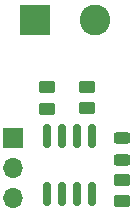
<source format=gbr>
%TF.GenerationSoftware,KiCad,Pcbnew,8.0.7*%
%TF.CreationDate,2024-12-17T11:32:19+05:30*%
%TF.ProjectId,SQR Wave Generator,53515220-5761-4766-9520-47656e657261,rev?*%
%TF.SameCoordinates,Original*%
%TF.FileFunction,Soldermask,Top*%
%TF.FilePolarity,Negative*%
%FSLAX46Y46*%
G04 Gerber Fmt 4.6, Leading zero omitted, Abs format (unit mm)*
G04 Created by KiCad (PCBNEW 8.0.7) date 2024-12-17 11:32:19*
%MOMM*%
%LPD*%
G01*
G04 APERTURE LIST*
G04 Aperture macros list*
%AMRoundRect*
0 Rectangle with rounded corners*
0 $1 Rounding radius*
0 $2 $3 $4 $5 $6 $7 $8 $9 X,Y pos of 4 corners*
0 Add a 4 corners polygon primitive as box body*
4,1,4,$2,$3,$4,$5,$6,$7,$8,$9,$2,$3,0*
0 Add four circle primitives for the rounded corners*
1,1,$1+$1,$2,$3*
1,1,$1+$1,$4,$5*
1,1,$1+$1,$6,$7*
1,1,$1+$1,$8,$9*
0 Add four rect primitives between the rounded corners*
20,1,$1+$1,$2,$3,$4,$5,0*
20,1,$1+$1,$4,$5,$6,$7,0*
20,1,$1+$1,$6,$7,$8,$9,0*
20,1,$1+$1,$8,$9,$2,$3,0*%
G04 Aperture macros list end*
%ADD10RoundRect,0.250000X0.450000X-0.262500X0.450000X0.262500X-0.450000X0.262500X-0.450000X-0.262500X0*%
%ADD11R,1.700000X1.700000*%
%ADD12O,1.700000X1.700000*%
%ADD13RoundRect,0.150000X0.150000X-0.825000X0.150000X0.825000X-0.150000X0.825000X-0.150000X-0.825000X0*%
%ADD14RoundRect,0.250000X-0.450000X0.262500X-0.450000X-0.262500X0.450000X-0.262500X0.450000X0.262500X0*%
%ADD15R,2.600000X2.600000*%
%ADD16C,2.600000*%
%ADD17RoundRect,0.243750X-0.456250X0.243750X-0.456250X-0.243750X0.456250X-0.243750X0.456250X0.243750X0*%
G04 APERTURE END LIST*
D10*
%TO.C,R3*%
X221411800Y-60934600D03*
X221411800Y-59109600D03*
%TD*%
D11*
%TO.C,J2*%
X212217000Y-55575200D03*
D12*
X212217000Y-58115200D03*
X212217000Y-60655200D03*
%TD*%
D13*
%TO.C,U1*%
X215061800Y-60350400D03*
X216331800Y-60350400D03*
X217601800Y-60350400D03*
X218871800Y-60350400D03*
X218871800Y-55400400D03*
X217601800Y-55400400D03*
X216331800Y-55400400D03*
X215061800Y-55400400D03*
%TD*%
D14*
%TO.C,R1*%
X218467300Y-51259100D03*
X218467300Y-53084100D03*
%TD*%
D15*
%TO.C,J1*%
X214096600Y-45593000D03*
D16*
X219176600Y-45593000D03*
%TD*%
D17*
%TO.C,D1*%
X221411800Y-55552100D03*
X221411800Y-57427100D03*
%TD*%
D10*
%TO.C,R2*%
X215087200Y-53111400D03*
X215087200Y-51286400D03*
%TD*%
M02*

</source>
